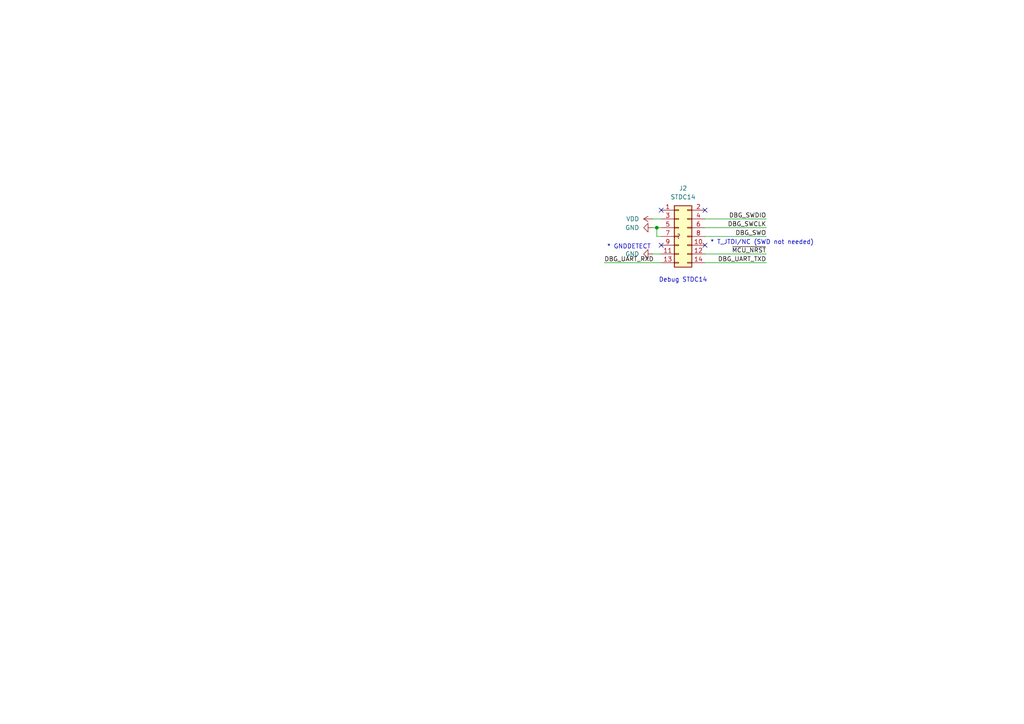
<source format=kicad_sch>
(kicad_sch (version 20250114) (generator "eeschema") (generator_version "9.0")
  (paper "A4")
  (lib_symbols
    (symbol "Connector_Generic:Conn_02x07_Odd_Even" (pin_names (offset 1.016) (hide yes))
      (property "Reference" "J" (at 1.27 10.16 0))
      (property "Value" "Conn_02x07_Odd_Even" (at 1.27 -10.16 0))
      (symbol "Conn_02x07_Odd_Even_1_1"
        (rectangle (start -1.27 8.89) (end 3.81 -8.89) (stroke (width 0.254)) (fill (type background)))
        (rectangle (start -1.27 7.747) (end 0 7.493) (stroke (width 0.1524)))
        (rectangle (start -1.27 5.207) (end 0 4.953) (stroke (width 0.1524)))
        (rectangle (start -1.27 2.667) (end 0 2.413) (stroke (width 0.1524)))
        (rectangle (start -1.27 0.127) (end 0 -0.127) (stroke (width 0.1524)))
        (rectangle (start -1.27 -2.413) (end 0 -2.667) (stroke (width 0.1524)))
        (rectangle (start -1.27 -4.953) (end 0 -5.207) (stroke (width 0.1524)))
        (rectangle (start -1.27 -7.493) (end 0 -7.747) (stroke (width 0.1524)))
        (rectangle (start 3.81 7.747) (end 2.54 7.493) (stroke (width 0.1524)))
        (rectangle (start 3.81 5.207) (end 2.54 4.953) (stroke (width 0.1524)))
        (rectangle (start 3.81 2.667) (end 2.54 2.413) (stroke (width 0.1524)))
        (rectangle (start 3.81 0.127) (end 2.54 -0.127) (stroke (width 0.1524)))
        (rectangle (start 3.81 -2.413) (end 2.54 -2.667) (stroke (width 0.1524)))
        (rectangle (start 3.81 -4.953) (end 2.54 -5.207) (stroke (width 0.1524)))
        (rectangle (start 3.81 -7.493) (end 2.54 -7.747) (stroke (width 0.1524)))
        (pin passive line (at -5.08 7.62 0) (length 3.81) (name "Pin_1") (number "1"))
        (pin passive line (at -5.08 5.08 0) (length 3.81) (name "Pin_3") (number "3"))
        (pin passive line (at -5.08 2.54 0) (length 3.81) (name "Pin_5") (number "5"))
        (pin passive line (at -5.08 0 0) (length 3.81) (name "Pin_7") (number "7"))
        (pin passive line (at -5.08 -2.54 0) (length 3.81) (name "Pin_9") (number "9"))
        (pin passive line (at -5.08 -5.08 0) (length 3.81) (name "Pin_11") (number "11"))
        (pin passive line (at -5.08 -7.62 0) (length 3.81) (name "Pin_13") (number "13"))
        (pin passive line (at 7.62 7.62 180) (length 3.81) (name "Pin_2") (number "2"))
        (pin passive line (at 7.62 5.08 180) (length 3.81) (name "Pin_4") (number "4"))
        (pin passive line (at 7.62 2.54 180) (length 3.81) (name "Pin_6") (number "6"))
        (pin passive line (at 7.62 0 180) (length 3.81) (name "Pin_8") (number "8"))
        (pin passive line (at 7.62 -2.54 180) (length 3.81) (name "Pin_10") (number "10"))
        (pin passive line (at 7.62 -5.08 180) (length 3.81) (name "Pin_12") (number "12"))
        (pin passive line (at 7.62 -7.62 180) (length 3.81) (name "Pin_14") (number "14"))
      )
    )
    (symbol "power:GND" (power) (pin_numbers (hide yes)) (pin_names (offset 0) (hide yes))
      (property "Value" "GND" (at 0 -3.81 0))
      (symbol "GND_0_1"
        (polyline (pts (xy 0 0) (xy 0 -1.27) (xy 1.27 -1.27) (xy 0 -2.54) (xy -1.27 -1.27) (xy 0 -1.27)))
      )
      (symbol "GND_1_1"
        (pin power_in line (at 0 0 270) (length 0) (name "~") (number "1"))
      )
    )
    (symbol "power:VDD" (power) (pin_numbers (hide yes)) (pin_names (offset 0) (hide yes))
      (property "Value" "VDD" (at 0 3.556 0))
      (symbol "VDD_0_1"
        (polyline (pts (xy -0.762 1.27) (xy 0 2.54)))
        (polyline (pts (xy 0 2.54) (xy 0.762 1.27)))
        (polyline (pts (xy 0 0) (xy 0 2.54)))
      )
      (symbol "VDD_1_1"
        (pin power_in line (at 0 0 90) (length 0) (name "~") (number "1"))
      )
    )
  )
  (text "* T_JTDI/NC (SWD not needed)" (at 205.994 70.358 0) (effects (font (size 1.27 1.27)) (justify left)))
  (text "Debug STDC14" (at 198.12 81.28 0) (effects (font (size 1.27 1.27))))
  (text "* GNDDETECT" (at 176.022 71.628 0) (effects (font (size 1.27 1.27)) (justify left)))
  (junction (at 190.5 66.04))
  (no_connect (at 191.77 71.12))
  (no_connect (at 204.47 71.12))
  (no_connect (at 204.47 60.96))
  (no_connect (at 191.77 60.96))
  (wire (pts (xy 204.47 68.58) (xy 222.25 68.58)))
  (wire (pts (xy 204.47 76.2) (xy 222.25 76.2)))
  (wire (pts (xy 175.26 76.2) (xy 191.77 76.2)))
  (wire (pts (xy 204.47 63.5) (xy 222.25 63.5)))
  (wire (pts (xy 204.47 66.04) (xy 222.25 66.04)))
  (wire (pts (xy 191.77 68.58) (xy 190.5 68.58)))
  (wire (pts (xy 189.23 66.04) (xy 190.5 66.04)))
  (wire (pts (xy 190.5 68.58) (xy 190.5 66.04)))
  (wire (pts (xy 204.47 73.66) (xy 222.25 73.66)))
  (wire (pts (xy 189.23 73.66) (xy 191.77 73.66)))
  (wire (pts (xy 190.5 66.04) (xy 191.77 66.04)))
  (wire (pts (xy 189.23 63.5) (xy 191.77 63.5)))
  (label "DBG_SWDIO" (at 222.25 63.5 180))
  (label "DBG_SWCLK" (at 222.25 66.04 180))
  (label "DBG_UART_TXD" (at 222.25 76.2 180))
  (label "DBG_UART_RXD" (at 175.26 76.2 0))
  (label "~{MCU_NRST}" (at 222.25 73.66 180))
  (label "DBG_SWO" (at 222.25 68.58 180))
  (symbol (lib_id "power:GND") (at 189.23 66.04 270) (unit 1)
    (property "Reference" "#PWR018" (effects (hide yes)))
    (property "Value" "GND" (at 185.42 66.0399 90) (effects (justify right)))
    (property "Description" "Power symbol creates a global label with name \"GND\" , ground" (effects (hide yes)))
  )
  (symbol (lib_id "power:GND") (at 189.23 73.66 270) (unit 1)
    (property "Reference" "#PWR019" (effects (hide yes)))
    (property "Value" "GND" (at 185.42 73.6599 90) (effects (justify right)))
    (property "Description" "Power symbol creates a global label with name \"GND\" , ground" (effects (hide yes)))
  )
  (symbol (lib_id "power:VDD") (at 189.23 63.5 90) (unit 1)
    (property "Reference" "#PWR017" (effects (hide yes)))
    (property "Value" "VDD" (at 185.42 63.4999 90) (effects (justify left)))
    (property "Description" "Power symbol creates a global label with name \"VDD\"" (effects (hide yes)))
  )
  (symbol (lib_id "Connector_Generic:Conn_02x07_Odd_Even") (at 196.85 68.58 0) (unit 1)
    (property "Reference" "J2" (at 198.12 54.61 0))
    (property "Value" "STDC14" (at 198.12 57.15 0))
    (property "Footprint" "Connector_PinHeader_1.27mm:PinHeader_2x07_P1.27mm_Vertical_SMD" (effects (hide yes)))
    (property "Description" "Generic connector, double row, 02x07, odd/even pin numbering scheme (row 1 odd numbers, row 2 even numbers), script generated (kicad-library-utils/schlib/autogen/connector/)" (effects (hide yes)))
    (property "Part No." "FTSH-107-01-L-DV-K-A" (effects (hide yes)))
    (property "Fetched" "9" (effects (hide yes)))
    (property "Vendor" "?" (at 196.85 68.58 0))
  )
)
</source>
